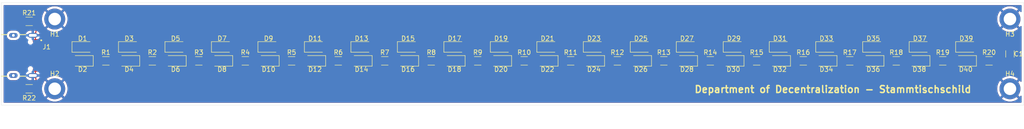
<source format=kicad_pcb>
(kicad_pcb (version 20241229) (generator "pcbnew") (generator_version "9.0")
  (title_block (title "DOD Stammtischschild LED-Leiste") (date "2025-04-21") (rev "0.4.0") (company "Goerli Dezentral gGmbH"))
  (layers (0 "F.Cu" signal) (2 "B.Cu" signal) (13 "F.Paste" user) (15 "B.Paste" user) (5 "F.SilkS" user "F.Silkscreen") (7 "B.SilkS" user "B.Silkscreen") (1 "F.Mask" user) (3 "B.Mask" user) (25 "Edge.Cuts" user))
  (net 0 "")
  (net 1 "Net-(D1-K)")
  (net 2 "VCC")
  (net 3 "Net-(D2-K)")
  (net 4 "Net-(D3-K)")
  (net 5 "Net-(D4-K)")
  (net 6 "Net-(D5-K)")
  (net 7 "Net-(D6-K)")
  (net 8 "Net-(D7-K)")
  (net 9 "Net-(D8-K)")
  (net 10 "Net-(D10-A)")
  (net 11 "Net-(D10-K)")
  (net 12 "Net-(D11-K)")
  (net 13 "Net-(D12-K)")
  (net 14 "Net-(D13-K)")
  (net 15 "Net-(D14-K)")
  (net 16 "Net-(D15-K)")
  (net 17 "Net-(D16-K)")
  (net 18 "Net-(D17-K)")
  (net 19 "Net-(D18-K)")
  (net 20 "Net-(D19-K)")
  (net 21 "Net-(D20-K)")
  (net 22 "Net-(D21-K)")
  (net 23 "Net-(D22-K)")
  (net 24 "Net-(D23-K)")
  (net 25 "Net-(D24-K)")
  (net 26 "Net-(D25-K)")
  (net 27 "Net-(D26-K)")
  (net 28 "Net-(D27-K)")
  (net 29 "Net-(D28-K)")
  (net 30 "Net-(D29-K)")
  (net 31 "Net-(D30-K)")
  (net 32 "Net-(D31-K)")
  (net 33 "Net-(D32-K)")
  (net 34 "Net-(D33-K)")
  (net 35 "Net-(D34-K)")
  (net 36 "Net-(D35-K)")
  (net 37 "Net-(D36-K)")
  (net 38 "Net-(D37-K)")
  (net 39 "Net-(D38-K)")
  (net 40 "Net-(D39-K)")
  (net 41 "Net-(D40-K)")
  (net 42 "GND")
  (net 43 "Net-(J1-CC1)")
  (net 44 "Net-(J1-CC2)")
  (footprint "LED_SMD:LED_1206_3216Metric" (layer "F.Cu") (at 97.75 98.5)
    (property "Reference" "D9")
    (property "Value" "LED")
  )
  (footprint "Resistor_SMD:R_1206_3216Metric" (layer "F.Cu") (at 92.75 101.5)
    (property "Reference" "R4")
    (property "Value" "51R")
  )
  (footprint "Resistor_SMD:R_1206_3216Metric" (layer "F.Cu") (at 142.75 101.5)
    (property "Reference" "R9")
    (property "Value" "51R")
  )
  (footprint "LED_SMD:LED_1206_3216Metric" (layer "F.Cu") (at 237.75 101.5 180)
    (property "Reference" "D38")
    (property "Value" "LED")
  )
  (footprint "LED_SMD:LED_1206_3216Metric" (layer "F.Cu") (at 167.75 98.5)
    (property "Reference" "D23")
    (property "Value" "LED")
  )
  (footprint "LED_SMD:LED_1206_3216Metric" (layer "F.Cu") (at 147.75 98.5)
    (property "Reference" "D19")
    (property "Value" "LED")
  )
  (footprint "Resistor_SMD:R_1206_3216Metric" (layer "F.Cu") (at 102.7125 101.5)
    (property "Reference" "R5")
    (property "Value" "51R")
  )
  (footprint "LED_SMD:LED_1206_3216Metric" (layer "F.Cu") (at 127.75 101.5 180)
    (property "Reference" "D16")
    (property "Value" "LED")
  )
  (footprint "MountingHole:MountingHole_2.7mm_M2.5_ISO14580_Pad" (layer "F.Cu") (at 51.75 92.5 180)
    (property "Reference" "H1")
    (property "Value" "Mount")
  )
  (footprint "LED_SMD:LED_1206_3216Metric" (layer "F.Cu") (at 177.85 101.5 180)
    (property "Reference" "D26")
    (property "Value" "LED")
  )
  (footprint "LED_SMD:LED_1206_3216Metric" (layer "F.Cu") (at 117.75 98.5)
    (property "Reference" "D13")
    (property "Value" "LED")
  )
  (footprint "Resistor_SMD:R_1206_3216Metric" (layer "F.Cu") (at 172.7875 101.5)
    (property "Reference" "R12")
    (property "Value" "51R")
  )
  (footprint "LED_SMD:LED_1206_3216Metric" (layer "F.Cu") (at 117.75 101.5 180)
    (property "Reference" "D14")
    (property "Value" "LED")
  )
  (footprint "LED_SMD:LED_1206_3216Metric" (layer "F.Cu") (at 107.75 98.5)
    (property "Reference" "D11")
    (property "Value" "LED")
  )
  (footprint "Resistor_SMD:R_1206_3216Metric" (layer "F.Cu") (at 46.25 93)
    (property "Reference" "R21")
    (property "Value" "5K1")
  )
  (footprint "Resistor_SMD:R_1206_3216Metric" (layer "F.Cu") (at 202.75 101.5)
    (property "Reference" "R15")
    (property "Value" "51R")
  )
  (footprint "Resistor_SMD:R_1206_3216Metric" (layer "F.Cu") (at 132.75 101.5)
    (property "Reference" "R8")
    (property "Value" "51R")
  )
  (footprint "LED_SMD:LED_1206_3216Metric" (layer "F.Cu") (at 157.75 101.5 180)
    (property "Reference" "D22")
    (property "Value" "LED")
  )
  (footprint "Resistor_SMD:R_1206_3216Metric" (layer "F.Cu") (at 82.75 101.5)
    (property "Reference" "R3")
    (property "Value" "51R")
  )
  (footprint "Resistor_SMD:R_1206_3216Metric" (layer "F.Cu") (at 182.7875 101.5)
    (property "Reference" "R13")
    (property "Value" "51R")
  )
  (footprint "LED_SMD:LED_1206_3216Metric" (layer "F.Cu") (at 57.75 101.5 180)
    (property "Reference" "D2")
    (property "Value" "LED")
  )
  (footprint "LED_SMD:LED_1206_3216Metric" (layer "F.Cu") (at 147.75 101.5 180)
    (property "Reference" "D20")
    (property "Value" "LED")
  )
  (footprint "LED_SMD:LED_1206_3216Metric" (layer "F.Cu") (at 137.75 98.5)
    (property "Reference" "D17")
    (property "Value" "LED")
  )
  (footprint "MountingHole:MountingHole_2.7mm_M2.5_ISO14580_Pad" (layer "F.Cu") (at 257.25 92.5 180)
    (property "Reference" "H3")
    (property "Value" "Mount")
  )
  (footprint "LED_SMD:LED_1206_3216Metric" (layer "F.Cu") (at 87.75 98.5)
    (property "Reference" "D7")
    (property "Value" "LED")
  )
  (footprint "LED_SMD:LED_1206_3216Metric" (layer "F.Cu") (at 227.85 101.5 180)
    (property "Reference" "D36")
    (property "Value" "LED")
  )
  (footprint "Resistor_SMD:R_1206_3216Metric" (layer "F.Cu") (at 62.75 101.5)
    (property "Reference" "R1")
    (property "Value" "51R")
  )
  (footprint "LED_SMD:LED_1206_3216Metric" (layer "F.Cu") (at 57.75 98.5)
    (property "Reference" "D1")
    (property "Value" "LED")
  )
  (footprint "Resistor_SMD:R_1206_3216Metric" (layer "F.Cu") (at 152.75 101.5)
    (property "Reference" "R10")
    (property "Value" "51R")
  )
  (footprint "LED_SMD:LED_1206_3216Metric" (layer "F.Cu") (at 237.85 98.5)
    (property "Reference" "D37")
    (property "Value" "LED")
  )
  (footprint "MountingHole:MountingHole_2.7mm_M2.5_ISO14580_Pad" (layer "F.Cu") (at 51.75 107.5)
    (property "Reference" "H2")
    (property "Value" "Mount")
  )
  (footprint "Resistor_SMD:R_1206_3216Metric" (layer "F.Cu") (at 192.7875 101.5)
    (property "Reference" "R14")
    (property "Value" "51R")
  )
  (footprint "Resistor_SMD:R_1206_3216Metric" (layer "F.Cu") (at 212.7875 101.5)
    (property "Reference" "R16")
    (property "Value" "51R")
  )
  (footprint "LED_SMD:LED_1206_3216Metric" (layer "F.Cu") (at 227.85 98.5)
    (property "Reference" "D35")
    (property "Value" "LED")
  )
  (footprint "LED_SMD:LED_1206_3216Metric" (layer "F.Cu") (at 197.85 98.5)
    (property "Reference" "D29")
    (property "Value" "LED")
  )
  (footprint "MountingHole:MountingHole_2.7mm_M2.5_ISO14580_Pad" (layer "F.Cu") (at 257.25 107.5)
    (property "Reference" "H4")
    (property "Value" "Mount")
  )
  (footprint "LED_SMD:LED_1206_3216Metric" (layer "F.Cu") (at 137.75 101.5 180)
    (property "Reference" "D18")
    (property "Value" "LED")
  )
  (footprint "LED_SMD:LED_1206_3216Metric" (layer "F.Cu") (at 127.75 98.5)
    (property "Reference" "D15")
    (property "Value" "LED")
  )
  (footprint "Resistor_SMD:R_1206_3216Metric" (layer "F.Cu") (at 222.7875 101.5)
    (property "Reference" "R17")
    (property "Value" "51R")
  )
  (footprint "Resistor_SMD:R_1206_3216Metric" (layer "F.Cu") (at 232.7875 101.5)
    (property "Reference" "R18")
    (property "Value" "51R")
  )
  (footprint "Resistor_SMD:R_1206_3216Metric" (layer "F.Cu") (at 122.75 101.5)
    (property "Reference" "R7")
    (property "Value" "51R")
  )
  (footprint "LED_SMD:LED_1206_3216Metric" (layer "F.Cu") (at 187.75 98.5)
    (property "Reference" "D27")
    (property "Value" "LED")
  )
  (footprint "LED_SMD:LED_1206_3216Metric" (layer "F.Cu") (at 247.75 101.5 180)
    (property "Reference" "D40")
    (property "Value" "LED")
  )
  (footprint "LED_SMD:LED_1206_3216Metric" (layer "F.Cu") (at 157.75 98.5)
    (property "Reference" "D21")
    (property "Value" "LED")
  )
  (footprint "LED_SMD:LED_1206_3216Metric" (layer "F.Cu") (at 217.75 101.5 180)
    (property "Reference" "D34")
    (property "Value" "LED")
  )
  (footprint "LED_SMD:LED_1206_3216Metric" (layer "F.Cu") (at 97.75 101.5 180)
    (property "Reference" "D10")
    (property "Value" "LED")
  )
  (footprint "Resistor_SMD:R_1206_3216Metric" (layer "F.Cu") (at 72.75 101.5)
    (property "Reference" "R2")
    (property "Value" "51R")
  )
  (footprint "LED_SMD:LED_1206_3216Metric" (layer "F.Cu") (at 217.75 98.5)
    (property "Reference" "D33")
    (property "Value" "LED")
  )
  (footprint "LED_SMD:LED_1206_3216Metric" (layer "F.Cu") (at 67.75 98.5)
    (property "Reference" "D3")
    (property "Value" "LED")
  )
  (footprint "LED_SMD:LED_1206_3216Metric" (layer "F.Cu") (at 87.75 101.5 180)
    (property "Reference" "D8")
    (property "Value" "LED")
  )
  (footprint "LED_SMD:LED_1206_3216Metric" (layer "F.Cu") (at 247.85 98.5)
    (property "Reference" "D39")
    (property "Value" "LED")
  )
  (footprint "LED_SMD:LED_1206_3216Metric" (layer "F.Cu") (at 177.85 98.5)
    (property "Reference" "D25")
    (property "Value" "LED")
  )
  (footprint "Resistor_SMD:R_1206_3216Metric" (layer "F.Cu") (at 162.75 101.5)
    (property "Reference" "R11")
    (property "Value" "51R")
  )
  (footprint "LED_SMD:LED_1206_3216Metric" (layer "F.Cu") (at 207.75 98.5)
    (property "Reference" "D31")
    (property "Value" "LED")
  )
  (footprint "LED_SMD:LED_1206_3216Metric" (layer "F.Cu") (at 77.75 98.5)
    (property "Reference" "D5")
    (property "Value" "LED")
  )
  (footprint "LED_SMD:LED_1206_3216Metric" (layer "F.Cu") (at 107.75 101.5 180)
    (property "Reference" "D12")
    (property "Value" "LED")
  )
  (footprint "LED_SMD:LED_1206_3216Metric" (layer "F.Cu") (at 67.75 101.5 180)
    (property "Reference" "D4")
    (property "Value" "LED")
  )
  (footprint "LED_SMD:LED_1206_3216Metric" (layer "F.Cu") (at 167.75 101.5 180)
    (property "Reference" "D24")
    (property "Value" "LED")
  )
  (footprint "Resistor_SMD:R_1206_3216Metric" (layer "F.Cu") (at 242.7875 101.5)
    (property "Reference" "R19")
    (property "Value" "51R")
  )
  (footprint "Resistor_SMD:R_1206_3216Metric" (layer "F.Cu") (at 112.75 101.5)
    (property "Reference" "R6")
    (property "Value" "51R")
  )
  (footprint "Custom:GCT_USB4105-GF-A-060" (layer "F.Cu") (at 42.85 100.3225 -90)
    (property "Reference" "J1")
    (property "Value" "USB4105-GF-A-060")
    (fp_line (start -4.62 0.4) (end -4.62 -0.4) (stroke (width 0.01)) (layer "Edge.Cuts"))
    (fp_line (start 4.02 0.4) (end 4.02 -0.4) (stroke (width 0.01)) (layer "Edge.Cuts"))
    (fp_line (start -4.02 -0.4) (end -4.02 0.4) (stroke (width 0.01)) (layer "Edge.Cuts"))
    (fp_line (start 4.62 -0.4) (end 4.62 0.4) (stroke (width 0.01)) (layer "Edge.Cuts"))
    (fp_arc (start -4.32 0.7) (mid -4.532132 0.612132) (end -4.62 0.4) (stroke (width 0.01)) (layer "Edge.Cuts"))
    (fp_arc (start 4.32 0.7) (mid 4.107868 0.612132) (end 4.02 0.4) (stroke (width 0.01)) (layer "Edge.Cuts"))
    (fp_arc (start -4.02 0.4) (mid -4.107868 0.612132) (end -4.32 0.7) (stroke (width 0.01)) (layer "Edge.Cuts"))
    (fp_arc (start 4.62 0.4) (mid 4.532132 0.612132) (end 4.32 0.7) (stroke (width 0.01)) (layer "Edge.Cuts"))
    (fp_arc (start -4.62 -0.4) (mid -4.532132 -0.612132) (end -4.32 -0.7) (stroke (width 0.01)) (layer "Edge.Cuts"))
    (fp_arc (start 4.02 -0.4) (mid 4.107868 -0.612132) (end 4.32 -0.7) (stroke (width 0.01)) (layer "Edge.Cuts"))
    (fp_arc (start -4.32 -0.7) (mid -4.107868 -0.612132) (end -4.02 -0.4) (stroke (width 0.01)) (layer "Edge.Cuts"))
    (fp_arc (start 4.32 -0.7) (mid 4.532132 -0.612132) (end 4.62 -0.4) (stroke (width 0.01)) (layer "Edge.Cuts"))
  )
  (footprint "LED_SMD:LED_1206_3216Metric" (layer "F.Cu") (at 197.75 101.5 180)
    (property "Reference" "D30")
    (property "Value" "LED")
  )
  (footprint "LED_SMD:LED_1206_3216Metric" (layer "F.Cu") (at 77.75 101.5 180)
    (property "Reference" "D6")
    (property "Value" "LED")
  )
  (footprint "Capacitor_SMD:C_1206_3216Metric" (layer "F.Cu") (at 257.25 100 -90)
    (property "Reference" "C1")
    (property "Value" "220uF")
  )
  (footprint "Resistor_SMD:R_1206_3216Metric" (layer "F.Cu") (at 46.25 107.5)
    (property "Reference" "R22")
    (property "Value" "5K1")
  )
  (footprint "LED_SMD:LED_1206_3216Metric" (layer "F.Cu") (at 187.75 101.5 180)
    (property "Reference" "D28")
    (property "Value" "LED")
  )
  (footprint "LED_SMD:LED_1206_3216Metric" (layer "F.Cu") (at 207.75 101.5 180)
    (property "Reference" "D32")
    (property "Value" "LED")
  )
  (footprint "Resistor_SMD:R_1206_3216Metric" (layer "F.Cu") (at 252.75 101.5)
    (property "Reference" "R20")
    (property "Value" "51R")
  )
  (gr_rect (start 40.25 89) (end 260.25 111) (stroke (width 0.05)) (fill no) (layer "Edge.Cuts"))
  (gr_text "Department of Decentralization - Stammtischschild" (at 189.25 108.5 0) (layer "F.SilkS") (effects (font (size 1.5 1.5) (thickness 0.3) (bold yes)) (justify left bottom)))
  (segment (start 56.35 98.5) (end 56.35 101.5) (width 0.2) (layer "F.Cu") (net 1))
  (segment (start 247.398081 95) (end 249.25 96.851919) (width 0.2) (layer "F.Cu") (net 2))
  (segment (start 56.25 95) (end 55.75 95) (width 0.2) (layer "F.Cu") (net 2))
  (segment (start 215.75 95) (end 225.75 95) (width 0.2) (layer "F.Cu") (net 2))
  (segment (start 129.15 96.9) (end 127.25 95) (width 0.2) (layer "F.Cu") (net 2))
  (segment (start 217.25 95) (end 215.75 95) (width 0.2) (layer "F.Cu") (net 2))
  (segment (start 127.25 95) (end 125.25 95) (width 0.2) (layer "F.Cu") (net 2))
  (segment (start 117.25 95) (end 115.75 95) (width 0.2) (layer "F.Cu") (net 2))
  (segment (start 187.25 95) (end 185.25 95) (width 0.2) (layer "F.Cu") (net 2))
  (segment (start 159.15 98.5) (end 159.15 96.9) (width 0.2) (layer "F.Cu") (net 2))
  (segment (start 157.25 95) (end 155.75 95) (width 0.2) (layer "F.Cu") (net 2))
  (segment (start 197.25 95) (end 195.75 95) (width 0.2) (layer "F.Cu") (net 2))
  (segment (start 89.15 98.5) (end 89.15 96.788254) (width 0.2) (layer "F.Cu") (net 2))
  (segment (start 89.15 96.788254) (end 87.361746 95) (width 0.2) (layer "F.Cu") (net 2))
  (segment (start 249.25 96.851919) (end 249.25 98.5) (width 0.2) (layer "F.Cu") (net 2))
  (segment (start 149.15 98.5) (end 149.15 96.9) (width 0.2) (layer "F.Cu") (net 2))
  (segment (start 129.15 98.5) (end 129.15 96.9) (width 0.2) (layer "F.Cu") (net 2))
  (segment (start 47.605 102.7225) (end 48.5275 102.7225) (width 0.2) (layer "F.Cu") (net 2))
  (segment (start 48.5275 102.7225) (end 56.25 95) (width 0.2) (layer "F.Cu") (net 2))
  (segment (start 59.15 98.5) (end 59.15 96.659712) (width 0.2) (layer "F.Cu") (net 2))
  (segment (start 65.75 95) (end 75.75 95) (width 0.2) (layer "F.Cu") (net 2))
  (segment (start 119.15 98.5) (end 119.15 96.9) (width 0.2) (layer "F.Cu") (net 2))
  (segment (start 199.25 97) (end 197.25 95) (width 0.2) (layer "F.Cu") (net 2))
  (segment (start 69.15 96.762545) (end 67.387455 95) (width 0.2) (layer "F.Cu") (net 2))
  (segment (start 209.15 96.9) (end 207.25 95) (width 0.2) (layer "F.Cu") (net 2))
  (segment (start 207.25 95) (end 205.75 95) (width 0.2) (layer "F.Cu") (net 2))
  (segment (start 149.15 96.9) (end 147.25 95) (width 0.2) (layer "F.Cu") (net 2))
  (segment (start 237.25 95) (end 235.75 95) (width 0.2) (layer "F.Cu") (net 2))
  (segment (start 255.275 98.525) (end 251.75 95) (width 0.2) (layer "F.Cu") (net 2))
  (segment (start 257.25 98.525) (end 255.275 98.525) (width 0.2) (layer "F.Cu") (net 2))
  (segment (start 145.75 95) (end 155.75 95) (width 0.2) (layer "F.Cu") (net 2))
  (segment (start 55.25 95) (end 65.75 95) (width 0.2) (layer "F.Cu") (net 2))
  (segment (start 189.15 96.9) (end 187.25 95) (width 0.2) (layer "F.Cu") (net 2))
  (segment (start 177.371287 95) (end 175.75 95) (width 0.2) (layer "F.Cu") (net 2))
  (segment (start 57.490288 95) (end 56.25 95) (width 0.2) (layer "F.Cu") (net 2))
  (segment (start 77.25 95) (end 75.75 95) (width 0.2) (layer "F.Cu") (net 2))
  (segment (start 139.15 96.9) (end 137.25 95) (width 0.2) (layer "F.Cu") (net 2))
  (segment (start 67.387455 95) (end 65.75 95) (width 0.2) (layer "F.Cu") (net 2))
  (segment (start 109.15 96.745749) (end 107.404251 95) (width 0.2) (layer "F.Cu") (net 2))
  (segment (start 225.75 95) (end 235.75 95) (width 0.2) (layer "F.Cu") (net 2))
  (segment (start 227.398081 95) (end 225.75 95) (width 0.2) (layer "F.Cu") (net 2))
  (segment (start 175.75 95) (end 185.25 95) (width 0.2) (layer "F.Cu") (net 2))
  (segment (start 189.15 98.5) (end 189.15 96.9) (width 0.2) (layer "F.Cu") (net 2))
  (segment (start 137.25 95) (end 135.25 95) (width 0.2) (layer "F.Cu") (net 2))
  (segment (start 219.15 96.9) (end 217.25 95) (width 0.2) (layer "F.Cu") (net 2))
  (segment (start 99.15 98.5) (end 99.15 96.937248) (width 0.2) (layer "F.Cu") (net 2))
  (segment (start 179.25 98.5) (end 179.25 96.878713) (width 0.2) (layer "F.Cu") (net 2))
  (segment (start 115.75 95) (end 125.25 95) (width 0.2) (layer "F.Cu") (net 2))
  (segment (start 47.605 97.9225) (end 52.3275 97.9225) (width 0.2) (layer "F.Cu") (net 2))
  (segment (start 195.75 95) (end 205.75 95) (width 0.2) (layer "F.Cu") (net 2))
  (segment (start 79.15 96.9) (end 77.25 95) (width 0.2) (layer "F.Cu") (net 2))
  (segment (start 75.75 95) (end 85.75 95) (width 0.2) (layer "F.Cu") (net 2))
  (segment (start 87.361746 95) (end 85.75 95) (width 0.2) (layer "F.Cu") (net 2))
  (segment (start 99.15 96.937248) (end 97.212752 95) (width 0.2) (layer "F.Cu") (net 2))
  (segment (start 79.15 98.5) (end 79.15 96.9) (width 0.2) (layer "F.Cu") (net 2))
  (segment (start 107.404251 95) (end 105.25 95) (width 0.2) (layer "F.Cu") (net 2))
  (segment (start 159.15 96.9) (end 157.25 95) (width 0.2) (layer "F.Cu") (net 2))
  (segment (start 69.15 98.5) (end 69.15 96.762545) (width 0.2) (layer "F.Cu") (net 2))
  (segment (start 239.25 97) (end 237.25 95) (width 0.2) (layer "F.Cu") (net 2))
  (segment (start 59.15 96.659712) (end 57.490288 95) (width 0.2) (layer "F.Cu") (net 2))
  (segment (start 55.75 95) (end 55.25 95) (width 0.2) (layer "F.Cu") (net 2))
  (segment (start 135.25 95) (end 145.75 95) (width 0.2) (layer "F.Cu") (net 2))
  (segment (start 235.75 95) (end 247.398081 95) (width 0.2) (layer "F.Cu") (net 2))
  (segment (start 185.25 95) (end 195.75 95) (width 0.2) (layer "F.Cu") (net 2))
  (segment (start 169.15 96.9) (end 167.25 95) (width 0.2) (layer "F.Cu") (net 2))
  (segment (start 219.15 98.5) (end 219.15 96.9) (width 0.2) (layer "F.Cu") (net 2))
  (segment (start 139.15 98.5) (end 139.15 96.9) (width 0.2) (layer "F.Cu") (net 2))
  (segment (start 239.25 98.5) (end 239.25 97) (width 0.2) (layer "F.Cu") (net 2))
  (segment (start 229.25 96.851919) (end 227.398081 95) (width 0.2) (layer "F.Cu") (net 2))
  (segment (start 52.3275 97.9225) (end 55.25 95) (width 0.2) (layer "F.Cu") (net 2))
  (segment (start 85.75 95) (end 95.75 95) (width 0.2) (layer "F.Cu") (net 2))
  (segment (start 125.25 95) (end 135.25 95) (width 0.2) (layer "F.Cu") (net 2))
  (segment (start 179.25 96.878713) (end 177.371287 95) (width 0.2) (layer "F.Cu") (net 2))
  (segment (start 169.15 98.5) (end 169.15 96.9) (width 0.2) (layer "F.Cu") (net 2))
  (segment (start 199.25 98.5) (end 199.25 97) (width 0.2) (layer "F.Cu") (net 2))
  (segment (start 205.75 95) (end 215.75 95) (width 0.2) (layer "F.Cu") (net 2))
  (segment (start 209.15 98.5) (end 209.15 96.9) (width 0.2) (layer "F.Cu") (net 2))
  (segment (start 95.75 95) (end 105.25 95) (width 0.2) (layer "F.Cu") (net 2))
  (segment (start 251.75 95) (end 247.398081 95) (width 0.2) (layer "F.Cu") (net 2))
  (segment (start 105.25 95) (end 115.75 95) (width 0.2) (layer "F.Cu") (net 2))
  (segment (start 147.25 95) (end 145.75 95) (width 0.2) (layer "F.Cu") (net 2))
  (segment (start 119.15 96.9) (end 117.25 95) (width 0.2) (layer "F.Cu") (net 2))
  (segment (start 229.25 98.5) (end 229.25 96.851919) (width 0.2) (layer "F.Cu") (net 2))
  (segment (start 155.75 95) (end 165.75 95) (width 0.2) (layer "F.Cu") (net 2))
  (segment (start 165.75 95) (end 175.75 95) (width 0.2) (layer "F.Cu") (net 2))
  (segment (start 97.212752 95) (end 95.75 95) (width 0.2) (layer "F.Cu") (net 2))
  (segment (start 167.25 95) (end 165.75 95) (width 0.2) (layer "F.Cu") (net 2))
  (segment (start 109.15 98.5) (end 109.15 96.745749) (width 0.2) (layer "F.Cu") (net 2))
  (segment (start 59.15 101.5) (end 61.2875 101.5) (width 0.2) (layer "F.Cu") (net 3))
  (segment (start 66.35 98.5) (end 66.35 101.5) (width 0.2) (layer "F.Cu") (net 4))
  (segment (start 69.15 101.5) (end 71.2875 101.5) (width 0.2) (layer "F.Cu") (net 5))
  (segment (start 76.35 98.5) (end 76.35 101.5) (width 0.2) (layer "F.Cu") (net 6))
  (segment (start 79.15 101.5) (end 81.2875 101.5) (width 0.2) (layer "F.Cu") (net 7))
  (segment (start 86.35 98.5) (end 86.35 101.5) (width 0.2) (layer "F.Cu") (net 8))
  (segment (start 89.15 101.5) (end 91.2875 101.5) (width 0.2) (layer "F.Cu") (net 9))
  (segment (start 96.35 98.5) (end 96.35 101.5) (width 0.2) (layer "F.Cu") (net 10))
  (segment (start 99.15 101.5) (end 101.25 101.5) (width 0.2) (layer "F.Cu") (net 11))
  (segment (start 106.35 98.5) (end 106.35 101.5) (width 0.2) (layer "F.Cu") (net 12))
  (segment (start 109.15 101.5) (end 111.2875 101.5) (width 0.2) (layer "F.Cu") (net 13))
  (segment (start 116.35 98.5) (end 116.35 101.5) (width 0.2) (layer "F.Cu") (net 14))
  (segment (start 119.15 101.5) (end 121.2875 101.5) (width 0.2) (layer "F.Cu") (net 15))
  (segment (start 126.35 98.5) (end 126.35 101.5) (width 0.2) (layer "F.Cu") (net 16))
  (segment (start 129.15 101.5) (end 131.2875 101.5) (width 0.2) (layer "F.Cu") (net 17))
  (segment (start 136.35 98.5) (end 136.35 101.5) (width 0.2) (layer "F.Cu") (net 18))
  (segment (start 139.15 101.5) (end 141.2875 101.5) (width 0.2) (layer "F.Cu") (net 19))
  (segment (start 146.35 98.5) (end 146.35 101.5) (width 0.2) (layer "F.Cu") (net 20))
  (segment (start 149.15 101.5) (end 151.2875 101.5) (width 0.2) (layer "F.Cu") (net 21))
  (segment (start 156.35 98.5) (end 156.35 101.5) (width 0.2) (layer "F.Cu") (net 22))
  (segment (start 159.15 101.5) (end 161.2875 101.5) (width 0.2) (layer "F.Cu") (net 23))
  (segment (start 166.35 98.5) (end 166.35 101.5) (width 0.2) (layer "F.Cu") (net 24))
  (segment (start 169.15 101.5) (end 171.325 101.5) (width 0.2) (layer "F.Cu") (net 25))
  (segment (start 176.45 98.5) (end 176.45 101.5) (width 0.2) (layer "F.Cu") (net 26))
  (segment (start 179.25 101.5) (end 181.325 101.5) (width 0.2) (layer "F.Cu") (net 27))
  (segment (start 186.35 98.5) (end 186.35 101.5) (width 0.2) (layer "F.Cu") (net 28))
  (segment (start 189.15 101.5) (end 191.325 101.5) (width 0.2) (layer "F.Cu") (net 29))
  (segment (start 196.45 101.4) (end 196.35 101.5) (width 0.2) (layer "F.Cu") (net 30))
  (segment (start 196.45 98.5) (end 196.45 101.4) (width 0.2) (layer "F.Cu") (net 30))
  (segment (start 199.15 101.5) (end 201.2875 101.5) (width 0.2) (layer "F.Cu") (net 31))
  (segment (start 206.35 98.5) (end 206.35 101.5) (width 0.2) (layer "F.Cu") (net 32))
  (segment (start 209.15 101.5) (end 211.325 101.5) (width 0.2) (layer "F.Cu") (net 33))
  (segment (start 216.35 98.5) (end 216.35 101.5) (width 0.2) (layer "F.Cu") (net 34))
  (segment (start 219.15 101.5) (end 221.325 101.5) (width 0.2) (layer "F.Cu") (net 35))
  (segment (start 226.45 98.5) (end 226.45 101.5) (width 0.2) (layer "F.Cu") (net 36))
  (segment (start 229.25 101.5) (end 231.325 101.5) (width 0.2) (layer "F.Cu") (net 37))
  (segment (start 236.45 98.5) (end 236.45 101.4) (width 0.2) (layer "F.Cu") (net 38))
  (segment (start 236.45 101.4) (end 236.35 101.5) (width 0.2) (layer "F.Cu") (net 38))
  (segment (start 239.15 101.5) (end 241.325 101.5) (width 0.2) (layer "F.Cu") (net 39))
  (segment (start 246.45 101.4) (end 246.35 101.5) (width 0.2) (layer "F.Cu") (net 40))
  (segment (start 246.45 98.5) (end 246.45 101.4) (width 0.2) (layer "F.Cu") (net 40))
  (segment (start 249.15 101.5) (end 251.2875 101.5) (width 0.2) (layer "F.Cu") (net 41))
  (segment (start 214.25 101.5) (end 214.25 103.5) (width 0.2) (layer "F.Cu") (net 42))
  (segment (start 214.25 103.5) (end 212.75 105) (width 0.2) (layer "F.Cu") (net 42))
  (segment (start 220.75 105) (end 230.75 105) (width 0.2) (layer "F.Cu") (net 42))
  (segment (start 84.2125 103.5375) (end 82.75 105) (width 0.2) (layer "F.Cu") (net 42))
  (segment (start 124.2125 101.5) (end 124.2125 103.5375) (width 0.2) (layer "F.Cu") (net 42))
  (segment (start 259.25 94.5) (end 257.25 92.5) (width 0.2) (layer "F.Cu") (net 42))
  (segment (start 244.25 103.5) (end 242.75 105) (width 0.2) (layer "F.Cu") (net 42))
  (segment (start 174.25 101.5) (end 174.25 103.5) (width 0.2) (layer "F.Cu") (net 42))
  (segment (start 210.75 105) (end 220.75 105) (width 0.2) (layer "F.Cu") (net 42))
  (segment (start 190.75 105) (end 200.25 105) (width 0.2) (layer "F.Cu") (net 42))
  (segment (start 253.75 104.975) (end 253.75 105) (width 0.2) (layer "F.Cu") (net 42))
  (segment (start 172.75 105) (end 170.25 105) (width 0.2) (layer "F.Cu") (net 42))
  (segment (start 254.2125 103.5375) (end 254.2125 101.5) (width 0.2) (layer "F.Cu") (net 42))
  (segment (start 174.25 103.5) (end 172.75 105) (width 0.2) (layer "F.Cu") (net 42))
  (segment (start 94.2125 103.5375) (end 92.75 105) (width 0.2) (layer "F.Cu") (net 42))
  (segment (start 70.25 105) (end 80.75 105) (width 0.2) (layer "F.Cu") (net 42))
  (segment (start 94.2125 101.5) (end 94.2125 103.5375) (width 0.2) (layer "F.Cu") (net 42))
  (segment (start 164.2125 103.5375) (end 162.75 105) (width 0.2) (layer "F.Cu") (net 42))
  (segment (start 257.25 107.5) (end 254.75 105) (width 0.2) (layer "F.Cu") (net 42))
  (segment (start 100.75 105) (end 110.75 105) (width 0.2) (layer "F.Cu") (net 42))
  (segment (start 104.175 101.5) (end 104.175 103.575) (width 0.2) (layer "F.Cu") (net 42))
  (segment (start 140.25 105) (end 150.25 105) (width 0.2) (layer "F.Cu") (net 42))
  (segment (start 250.7125 105) (end 252.75 105) (width 0.2) (layer "F.Cu") (net 42))
  (segment (start 204.2125 103.5375) (end 202.75 105) (width 0.2) (layer "F.Cu") (net 42))
  (segment (start 194.25 103.5) (end 192.75 105) (width 0.2) (layer "F.Cu") (net 42))
  (segment (start 90.75 105) (end 100.75 105) (width 0.2) (layer "F.Cu") (net 42))
  (segment (start 114.2125 101.5) (end 114.2125 103.5375) (width 0.2) (layer "F.Cu") (net 42))
  (segment (start 48.2475 96.0025) (end 47.03 96.0025) (width 0.2) (layer "F.Cu") (net 42))
  (segment (start 250.7125 105) (end 253.75 105) (width 0.2) (layer "F.Cu") (net 42))
  (segment (start 184.25 101.5) (end 184.25 103.5) (width 0.2) (layer "F.Cu") (net 42))
  (segment (start 134.2125 103.5375) (end 132.75 105) (width 0.2) (layer "F.Cu") (net 42))
  (segment (start 112.75 105) (end 110.75 105) (width 0.2) (layer "F.Cu") (net 42))
  (segment (start 164.2125 101.5) (end 164.2125 103.5375) (width 0.2) (layer "F.Cu") (net 42))
  (segment (start 74.2125 103.5375) (end 72.75 105) (width 0.2) (layer "F.Cu") (net 42))
  (segment (start 224.25 101.5) (end 224.25 103.5) (width 0.2) (layer "F.Cu") (net 42))
  (segment (start 47.605 97.1225) (end 47.605 96.5775) (width 0.2) (layer "F.Cu") (net 42))
  (segment (start 64.2125 101.5) (end 64.2125 103.5375) (width 0.2) (layer "F.Cu") (net 42))
  (segment (start 51.75 107.5) (end 48.8925 104.6425) (width 0.2) (layer "F.Cu") (net 42))
  (segment (start 257.25 103) (end 255.25 105) (width 0.2) (layer "F.Cu") (net 42))
  (segment (start 254.75 90) (end 257.25 92.5) (width 0.2) (layer "F.Cu") (net 42))
  (segment (start 240.75 105) (end 250.7125 105) (width 0.2) (layer "F.Cu") (net 42))
  (segment (start 259.25 105.5) (end 259.25 94.5) (width 0.2) (layer "F.Cu") (net 42))
  (segment (start 64.2125 103.5375) (end 62.75 105) (width 0.2) (layer "F.Cu") (net 42))
  (segment (start 60.75 105) (end 70.25 105) (width 0.2) (layer "F.Cu") (net 42))
  (segment (start 47.7125 107.5) (end 47.7125 105.325) (width 0.2) (layer "F.Cu") (net 42))
  (segment (start 54.25 90) (end 254.75 90) (width 0.2) (layer "F.Cu") (net 42))
  (segment (start 257.25 107.5) (end 259.25 105.5) (width 0.2) (layer "F.Cu") (net 42))
  (segment (start 122.75 105) (end 120.75 105) (width 0.2) (layer "F.Cu") (net 42))
  (segment (start 230.75 105) (end 240.75 105) (width 0.2) (layer "F.Cu") (net 42))
  (segment (start 47.7125 93) (end 47.7125 95.32) (width 0.2) (layer "F.Cu") (net 42))
  (segment (start 159.25 105) (end 170.25 105) (width 0.2) (layer "F.Cu") (net 42))
  (segment (start 242.75 105) (end 240.75 105) (width 0.2) (layer "F.Cu") (net 42))
  (segment (start 104.175 103.575) (end 102.75 105) (width 0.2) (layer "F.Cu") (net 42))
  (segment (start 47.605 96.5775) (end 47.03 96.0025) (width 0.2) (layer "F.Cu") (net 42))
  (segment (start 51.75 92.5) (end 54.25 90) (width 0.2) (layer "F.Cu") (net 42))
  (segment (start 255.25 105) (end 254.75 105) (width 0.2) (layer "F.Cu") (net 42))
  (segment (start 212.75 105) (end 210.75 105) (width 0.2) (layer "F.Cu") (net 42))
  (segment (start 202.75 105) (end 200.25 105) (width 0.2) (layer "F.Cu") (net 42))
  (segment (start 184.25 103.5) (end 182.75 105) (width 0.2) (layer "F.Cu") (net 42))
  (segment (start 54.25 105) (end 60.75 105) (width 0.2) (layer "F.Cu") (net 42))
  (segment (start 102.75 105) (end 100.75 105) (width 0.2) (layer "F.Cu") (net 42))
  (segment (start 150.25 105) (end 159.25 105) (width 0.2) (layer "F.Cu") (net 42))
  (segment (start 110.75 105) (end 120.75 105) (width 0.2) (layer "F.Cu") (net 42))
  (segment (start 132.75 105) (end 129.75 105) (width 0.2) (layer "F.Cu") (net 42))
  (segment (start 170.25 105) (end 180.25 105) (width 0.2) (layer "F.Cu") (net 42))
  (segment (start 192.75 105) (end 190.75 105) (width 0.2) (layer "F.Cu") (net 42))
  (segment (start 142.75 105) (end 140.25 105) (width 0.2) (layer "F.Cu") (net 42))
  (segment (start 194.25 101.5) (end 194.25 103.5) (width 0.2) (layer "F.Cu") (net 42))
  (segment (start 47.605 104.0675) (end 47.03 104.6425) (width 0.2) (layer "F.Cu") (net 42))
  (segment (start 252.75 105) (end 254.2125 103.5375) (width 0.2) (layer "F.Cu") (net 42))
  (segment (start 162.75 105) (end 159.25 105) (width 0.2) (layer "F.Cu") (net 42))
  (segment (start 152.75 105) (end 150.25 105) (width 0.2) (layer "F.Cu") (net 42))
  (segment (start 200.25 105) (end 210.75 105) (width 0.2) (layer "F.Cu") (net 42))
  (segment (start 224.25 103.5) (end 222.75 105) (width 0.2) (layer "F.Cu") (net 42))
  (segment (start 62.75 105) (end 60.75 105) (width 0.2) (layer "F.Cu") (net 42))
  (segment (start 234.25 103.5) (end 232.75 105) (width 0.2) (layer "F.Cu") (net 42))
  (segment (start 47.605 103.5225) (end 47.605 104.0675) (width 0.2) (layer "F.Cu") (net 42))
  (segment (start 154.2125 101.5) (end 154.2125 103.5375) (width 0.2) (layer "F.Cu") (net 42))
  (segment (start 80.75 105) (end 90.75 105) (width 0.2) (layer "F.Cu") (net 42))
  (segment (start 51.75 107.5) (end 54.25 105) (width 0.2) (layer "F.Cu") (net 42))
  (segment (start 47.7125 95.32) (end 47.03 96.0025) (width 0.2) (layer "F.Cu") (net 42))
  (segment (start 254.75 105) (end 253.75 105) (width 0.2) (layer "F.Cu") (net 42))
  (segment (start 92.75 105) (end 90.75 105) (width 0.2) (layer "F.Cu") (net 42))
  (segment (start 51.75 92.5) (end 48.2475 96.0025) (width 0.2) (layer "F.Cu") (net 42))
  (segment (start 182.75 105) (end 180.25 105) (width 0.2) (layer "F.Cu") (net 42))
  (segment (start 204.2125 101.5) (end 204.2125 103.5375) (width 0.2) (layer "F.Cu") (net 42))
  (segment (start 134.2125 101.5) (end 134.2125 103.5375) (width 0.2) (layer "F.Cu") (net 42))
  (segment (start 234.25 101.5) (end 234.25 103.5) (width 0.2) (layer "F.Cu") (net 42))
  (segment (start 222.75 105) (end 220.75 105) (width 0.2) (layer "F.Cu") (net 42))
  (segment (start 47.7125 105.325) (end 47.03 104.6425) (width 0.2) (layer "F.Cu") (net 42))
  (segment (start 72.75 105) (end 70.25 105) (width 0.2) (layer "F.Cu") (net 42))
  (segment (start 114.2125 103.5375) (end 112.75 105) (width 0.2) (layer "F.Cu") (net 42))
  (segment (start 257.25 101.475) (end 257.25 103) (width 0.2) (layer "F.Cu") (net 42))
  (segment (start 74.2125 101.5) (end 74.2125 103.5375) (width 0.2) (layer "F.Cu") (net 42))
  (segment (start 84.2125 101.5) (end 84.2125 103.5375) (width 0.2) (layer "F.Cu") (net 42))
  (segment (start 154.2125 103.5375) (end 152.75 105) (width 0.2) (layer "F.Cu") (net 42))
  (segment (start 124.2125 103.5375) (end 122.75 105) (width 0.2) (layer "F.Cu") (net 42))
  (segment (start 82.75 105) (end 80.75 105) (width 0.2) (layer "F.Cu") (net 42))
  (segment (start 120.75 105) (end 129.75 105) (width 0.2) (layer "F.Cu") (net 42))
  (segment (start 180.25 105) (end 190.75 105) (width 0.2) (layer "F.Cu") (net 42))
  (segment (start 129.75 105) (end 140.25 105) (width 0.2) (layer "F.Cu") (net 42))
  (segment (start 144.2125 101.5) (end 144.2125 103.5375) (width 0.2) (layer "F.Cu") (net 42))
  (segment (start 232.75 105) (end 230.75 105) (width 0.2) (layer "F.Cu") (net 42))
  (segment (start 144.2125 103.5375) (end 142.75 105) (width 0.2) (layer "F.Cu") (net 42))
  (segment (start 244.25 101.5) (end 244.25 103.5) (width 0.2) (layer "F.Cu") (net 42))
  (segment (start 48.8925 104.6425) (end 47.03 104.6425) (width 0.2) (layer "F.Cu") (net 42))
  (segment (start 47.605 99.0725) (end 46.8225 99.0725) (width 0.2) (layer "F.Cu") (net 43))
  (segment (start 46.8225 99.0725) (end 44.7875 97.0375) (width 0.2) (layer "F.Cu") (net 43))
  (segment (start 44.7875 97.0375) (end 44.7875 93) (width 0.2) (layer "F.Cu") (net 43))
  (segment (start 47.605 102.0725) (end 46.713992 102.0725) (width 0.2) (layer "F.Cu") (net 44))
  (segment (start 46.713992 102.0725) (end 44.7875 103.998992) (width 0.2) (layer "F.Cu") (net 44))
  (segment (start 44.7875 103.998992) (end 44.7875 107.5) (width 0.2) (layer "F.Cu") (net 44))
  (zone (net 42) (net_name "GND") (layer "F.Cu") (priority 2) (connect_pads (clearance 0.5)) (min_thickness 0.25) (fill yes (thermal_gap 0.5) (thermal_bridge_width 0.5))
    (polygon (pts (xy 55.25 89.5) (xy 55.25 91.5) (xy 253.25 91.5) (xy 253.25 94.5) (xy 254.25 94.5) (xy 258.75 99) (xy 258.75 101) (xy 259.75 101) (xy 259.75 89.5)))
  )
  (zone (net 2) (net_name "VCC") (layer "F.Cu") (connect_pads (clearance 0.5)) (min_thickness 0.25) (fill yes (thermal_gap 0.5) (thermal_bridge_width 0.5))
    (polygon (pts (xy 258.25 99) (xy 54.25 99) (xy 50.25 103) (xy 47.25 103) (xy 47.25 97.5) (xy 49.25 97.5) (xy 55.25 91.5) (xy 253.25 91.5) (xy 253.25 94.5) (xy 254.25 94.5) (xy 258.25 98.5)))
  )
  (zone (net 42) (net_name "GND") (layer "F.Cu") (priority 1) (connect_pads (clearance 0.5)) (min_thickness 0.25) (fill yes (thermal_gap 0.5) (thermal_bridge_width 0.5))
    (polygon (pts (xy 259.75 101) (xy 52.25 101) (xy 50.25 103) (xy 47.25 103) (xy 47.25 97.5) (xy 49.25 97.5) (xy 55.25 91.5) (xy 55.25 89.5) (xy 40.75 89.5) (xy 40.75 110.5) (xy 259.75 110.5)))
  )
  (zone (net 42) (net_name "GND") (layer "B.Cu") (priority 3) (connect_pads (clearance 0.5)) (min_thickness 0.25) (fill yes (thermal_gap 0.5) (thermal_bridge_width 0.5))
    (polygon (pts (xy 40.5 89.5) (xy 40.5 110.5) (xy 260 110.5) (xy 260 89.5)))
  )
)
</source>
